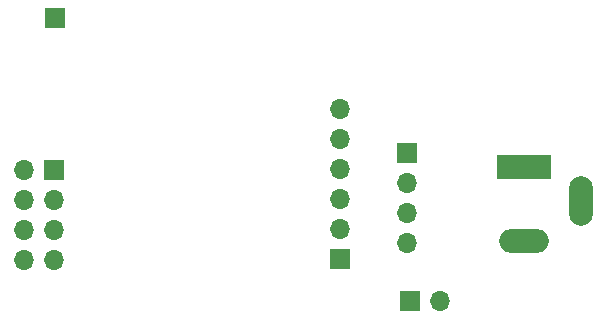
<source format=gbr>
%TF.GenerationSoftware,KiCad,Pcbnew,6.0.11-2627ca5db0~126~ubuntu20.04.1*%
%TF.CreationDate,2023-04-18T17:20:39+02:00*%
%TF.ProjectId,Giger-counter-addon,47696765-722d-4636-9f75-6e7465722d61,rev?*%
%TF.SameCoordinates,Original*%
%TF.FileFunction,Soldermask,Bot*%
%TF.FilePolarity,Negative*%
%FSLAX46Y46*%
G04 Gerber Fmt 4.6, Leading zero omitted, Abs format (unit mm)*
G04 Created by KiCad (PCBNEW 6.0.11-2627ca5db0~126~ubuntu20.04.1) date 2023-04-18 17:20:39*
%MOMM*%
%LPD*%
G01*
G04 APERTURE LIST*
%ADD10R,1.700000X1.700000*%
%ADD11O,1.700000X1.700000*%
%ADD12R,4.600000X2.000000*%
%ADD13O,4.200000X2.000000*%
%ADD14O,2.000000X4.200000*%
G04 APERTURE END LIST*
D10*
%TO.C,J3*%
X121870000Y-113870000D03*
D11*
X121870000Y-116410000D03*
X121870000Y-118950000D03*
X121870000Y-121490000D03*
%TD*%
D10*
%TO.C,J4*%
X116270000Y-122780000D03*
D11*
X116270000Y-120240000D03*
X116270000Y-117700000D03*
X116270000Y-115160000D03*
X116270000Y-112620000D03*
X116270000Y-110080000D03*
%TD*%
D10*
%TO.C,J1*%
X92060000Y-115270000D03*
D11*
X89520000Y-115270000D03*
X92060000Y-117810000D03*
X89520000Y-117810000D03*
X92060000Y-120350000D03*
X89520000Y-120350000D03*
X92060000Y-122890000D03*
X89520000Y-122890000D03*
%TD*%
D12*
%TO.C,J6*%
X131800000Y-115000000D03*
D13*
X131800000Y-121300000D03*
D14*
X136600000Y-117900000D03*
%TD*%
D10*
%TO.C,J5*%
X122200000Y-126400000D03*
D11*
X124740000Y-126400000D03*
%TD*%
D10*
%TO.C,J2*%
X92120000Y-102400000D03*
%TD*%
M02*

</source>
